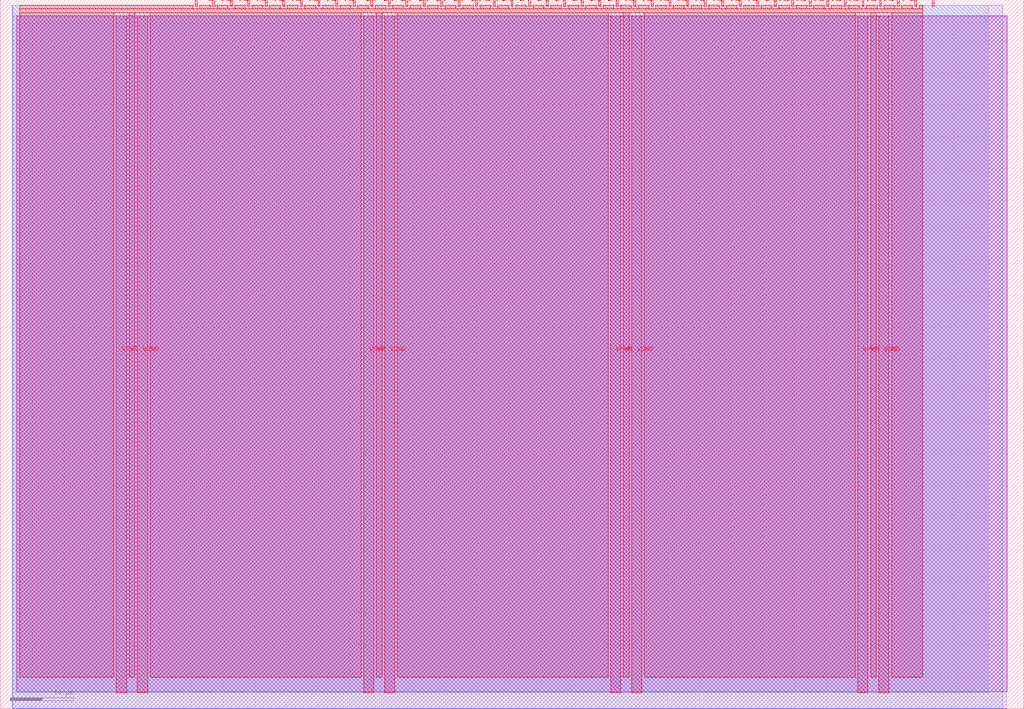
<source format=lef>
VERSION 5.7 ;
  NOWIREEXTENSIONATPIN ON ;
  DIVIDERCHAR "/" ;
  BUSBITCHARS "[]" ;
MACRO tt_um_kch_cd101
  CLASS BLOCK ;
  FOREIGN tt_um_kch_cd101 ;
  ORIGIN 0.000 0.000 ;
  SIZE 161.000 BY 111.520 ;
  PIN VGND
    DIRECTION INOUT ;
    USE GROUND ;
    PORT
      LAYER met4 ;
        RECT 21.580 2.480 23.180 109.040 ;
    END
    PORT
      LAYER met4 ;
        RECT 60.450 2.480 62.050 109.040 ;
    END
    PORT
      LAYER met4 ;
        RECT 99.320 2.480 100.920 109.040 ;
    END
    PORT
      LAYER met4 ;
        RECT 138.190 2.480 139.790 109.040 ;
    END
  END VGND
  PIN VPWR
    DIRECTION INOUT ;
    USE POWER ;
    PORT
      LAYER met4 ;
        RECT 18.280 2.480 19.880 109.040 ;
    END
    PORT
      LAYER met4 ;
        RECT 57.150 2.480 58.750 109.040 ;
    END
    PORT
      LAYER met4 ;
        RECT 96.020 2.480 97.620 109.040 ;
    END
    PORT
      LAYER met4 ;
        RECT 134.890 2.480 136.490 109.040 ;
    END
  END VPWR
  PIN clk
    DIRECTION INPUT ;
    USE SIGNAL ;
    ANTENNAGATEAREA 0.852000 ;
    PORT
      LAYER met4 ;
        RECT 143.830 110.520 144.130 111.520 ;
    END
  END clk
  PIN ena
    DIRECTION INPUT ;
    USE SIGNAL ;
    PORT
      LAYER met4 ;
        RECT 146.590 110.520 146.890 111.520 ;
    END
  END ena
  PIN rst_n
    DIRECTION INPUT ;
    USE SIGNAL ;
    ANTENNAGATEAREA 0.196500 ;
    PORT
      LAYER met4 ;
        RECT 141.070 110.520 141.370 111.520 ;
    END
  END rst_n
  PIN ui_in[0]
    DIRECTION INPUT ;
    USE SIGNAL ;
    ANTENNAGATEAREA 0.196500 ;
    PORT
      LAYER met4 ;
        RECT 138.310 110.520 138.610 111.520 ;
    END
  END ui_in[0]
  PIN ui_in[1]
    DIRECTION INPUT ;
    USE SIGNAL ;
    PORT
      LAYER met4 ;
        RECT 135.550 110.520 135.850 111.520 ;
    END
  END ui_in[1]
  PIN ui_in[2]
    DIRECTION INPUT ;
    USE SIGNAL ;
    PORT
      LAYER met4 ;
        RECT 132.790 110.520 133.090 111.520 ;
    END
  END ui_in[2]
  PIN ui_in[3]
    DIRECTION INPUT ;
    USE SIGNAL ;
    PORT
      LAYER met4 ;
        RECT 130.030 110.520 130.330 111.520 ;
    END
  END ui_in[3]
  PIN ui_in[4]
    DIRECTION INPUT ;
    USE SIGNAL ;
    PORT
      LAYER met4 ;
        RECT 127.270 110.520 127.570 111.520 ;
    END
  END ui_in[4]
  PIN ui_in[5]
    DIRECTION INPUT ;
    USE SIGNAL ;
    PORT
      LAYER met4 ;
        RECT 124.510 110.520 124.810 111.520 ;
    END
  END ui_in[5]
  PIN ui_in[6]
    DIRECTION INPUT ;
    USE SIGNAL ;
    PORT
      LAYER met4 ;
        RECT 121.750 110.520 122.050 111.520 ;
    END
  END ui_in[6]
  PIN ui_in[7]
    DIRECTION INPUT ;
    USE SIGNAL ;
    PORT
      LAYER met4 ;
        RECT 118.990 110.520 119.290 111.520 ;
    END
  END ui_in[7]
  PIN uio_in[0]
    DIRECTION INPUT ;
    USE SIGNAL ;
    ANTENNAGATEAREA 0.126000 ;
    PORT
      LAYER met4 ;
        RECT 116.230 110.520 116.530 111.520 ;
    END
  END uio_in[0]
  PIN uio_in[1]
    DIRECTION INPUT ;
    USE SIGNAL ;
    ANTENNAGATEAREA 0.196500 ;
    PORT
      LAYER met4 ;
        RECT 113.470 110.520 113.770 111.520 ;
    END
  END uio_in[1]
  PIN uio_in[2]
    DIRECTION INPUT ;
    USE SIGNAL ;
    PORT
      LAYER met4 ;
        RECT 110.710 110.520 111.010 111.520 ;
    END
  END uio_in[2]
  PIN uio_in[3]
    DIRECTION INPUT ;
    USE SIGNAL ;
    ANTENNAGATEAREA 0.852000 ;
    PORT
      LAYER met4 ;
        RECT 107.950 110.520 108.250 111.520 ;
    END
  END uio_in[3]
  PIN uio_in[4]
    DIRECTION INPUT ;
    USE SIGNAL ;
    PORT
      LAYER met4 ;
        RECT 105.190 110.520 105.490 111.520 ;
    END
  END uio_in[4]
  PIN uio_in[5]
    DIRECTION INPUT ;
    USE SIGNAL ;
    PORT
      LAYER met4 ;
        RECT 102.430 110.520 102.730 111.520 ;
    END
  END uio_in[5]
  PIN uio_in[6]
    DIRECTION INPUT ;
    USE SIGNAL ;
    PORT
      LAYER met4 ;
        RECT 99.670 110.520 99.970 111.520 ;
    END
  END uio_in[6]
  PIN uio_in[7]
    DIRECTION INPUT ;
    USE SIGNAL ;
    PORT
      LAYER met4 ;
        RECT 96.910 110.520 97.210 111.520 ;
    END
  END uio_in[7]
  PIN uio_oe[0]
    DIRECTION OUTPUT ;
    USE SIGNAL ;
    PORT
      LAYER met4 ;
        RECT 49.990 110.520 50.290 111.520 ;
    END
  END uio_oe[0]
  PIN uio_oe[1]
    DIRECTION OUTPUT ;
    USE SIGNAL ;
    PORT
      LAYER met4 ;
        RECT 47.230 110.520 47.530 111.520 ;
    END
  END uio_oe[1]
  PIN uio_oe[2]
    DIRECTION OUTPUT ;
    USE SIGNAL ;
    PORT
      LAYER met4 ;
        RECT 44.470 110.520 44.770 111.520 ;
    END
  END uio_oe[2]
  PIN uio_oe[3]
    DIRECTION OUTPUT ;
    USE SIGNAL ;
    PORT
      LAYER met4 ;
        RECT 41.710 110.520 42.010 111.520 ;
    END
  END uio_oe[3]
  PIN uio_oe[4]
    DIRECTION OUTPUT ;
    USE SIGNAL ;
    PORT
      LAYER met4 ;
        RECT 38.950 110.520 39.250 111.520 ;
    END
  END uio_oe[4]
  PIN uio_oe[5]
    DIRECTION OUTPUT ;
    USE SIGNAL ;
    PORT
      LAYER met4 ;
        RECT 36.190 110.520 36.490 111.520 ;
    END
  END uio_oe[5]
  PIN uio_oe[6]
    DIRECTION OUTPUT ;
    USE SIGNAL ;
    PORT
      LAYER met4 ;
        RECT 33.430 110.520 33.730 111.520 ;
    END
  END uio_oe[6]
  PIN uio_oe[7]
    DIRECTION OUTPUT ;
    USE SIGNAL ;
    PORT
      LAYER met4 ;
        RECT 30.670 110.520 30.970 111.520 ;
    END
  END uio_oe[7]
  PIN uio_out[0]
    DIRECTION OUTPUT ;
    USE SIGNAL ;
    PORT
      LAYER met4 ;
        RECT 72.070 110.520 72.370 111.520 ;
    END
  END uio_out[0]
  PIN uio_out[1]
    DIRECTION OUTPUT ;
    USE SIGNAL ;
    PORT
      LAYER met4 ;
        RECT 69.310 110.520 69.610 111.520 ;
    END
  END uio_out[1]
  PIN uio_out[2]
    DIRECTION OUTPUT ;
    USE SIGNAL ;
    PORT
      LAYER met4 ;
        RECT 66.550 110.520 66.850 111.520 ;
    END
  END uio_out[2]
  PIN uio_out[3]
    DIRECTION OUTPUT ;
    USE SIGNAL ;
    PORT
      LAYER met4 ;
        RECT 63.790 110.520 64.090 111.520 ;
    END
  END uio_out[3]
  PIN uio_out[4]
    DIRECTION OUTPUT ;
    USE SIGNAL ;
    PORT
      LAYER met4 ;
        RECT 61.030 110.520 61.330 111.520 ;
    END
  END uio_out[4]
  PIN uio_out[5]
    DIRECTION OUTPUT ;
    USE SIGNAL ;
    PORT
      LAYER met4 ;
        RECT 58.270 110.520 58.570 111.520 ;
    END
  END uio_out[5]
  PIN uio_out[6]
    DIRECTION OUTPUT ;
    USE SIGNAL ;
    PORT
      LAYER met4 ;
        RECT 55.510 110.520 55.810 111.520 ;
    END
  END uio_out[6]
  PIN uio_out[7]
    DIRECTION OUTPUT ;
    USE SIGNAL ;
    PORT
      LAYER met4 ;
        RECT 52.750 110.520 53.050 111.520 ;
    END
  END uio_out[7]
  PIN uo_out[0]
    DIRECTION OUTPUT ;
    USE SIGNAL ;
    PORT
      LAYER met4 ;
        RECT 94.150 110.520 94.450 111.520 ;
    END
  END uo_out[0]
  PIN uo_out[1]
    DIRECTION OUTPUT ;
    USE SIGNAL ;
    PORT
      LAYER met4 ;
        RECT 91.390 110.520 91.690 111.520 ;
    END
  END uo_out[1]
  PIN uo_out[2]
    DIRECTION OUTPUT ;
    USE SIGNAL ;
    PORT
      LAYER met4 ;
        RECT 88.630 110.520 88.930 111.520 ;
    END
  END uo_out[2]
  PIN uo_out[3]
    DIRECTION OUTPUT ;
    USE SIGNAL ;
    PORT
      LAYER met4 ;
        RECT 85.870 110.520 86.170 111.520 ;
    END
  END uo_out[3]
  PIN uo_out[4]
    DIRECTION OUTPUT ;
    USE SIGNAL ;
    PORT
      LAYER met4 ;
        RECT 83.110 110.520 83.410 111.520 ;
    END
  END uo_out[4]
  PIN uo_out[5]
    DIRECTION OUTPUT ;
    USE SIGNAL ;
    PORT
      LAYER met4 ;
        RECT 80.350 110.520 80.650 111.520 ;
    END
  END uo_out[5]
  PIN uo_out[6]
    DIRECTION OUTPUT ;
    USE SIGNAL ;
    PORT
      LAYER met4 ;
        RECT 77.590 110.520 77.890 111.520 ;
    END
  END uo_out[6]
  PIN uo_out[7]
    DIRECTION OUTPUT ;
    USE SIGNAL ;
    ANTENNADIFFAREA 0.445500 ;
    PORT
      LAYER met4 ;
        RECT 74.830 110.520 75.130 111.520 ;
    END
  END uo_out[7]
  OBS
      LAYER nwell ;
        RECT 2.570 2.635 158.430 108.990 ;
      LAYER li1 ;
        RECT 2.760 2.635 158.240 108.885 ;
      LAYER met1 ;
        RECT 1.910 0.040 158.240 109.040 ;
      LAYER met2 ;
        RECT 1.930 0.010 157.680 110.685 ;
      LAYER met3 ;
        RECT 1.905 2.555 155.415 110.665 ;
      LAYER met4 ;
        RECT 3.055 110.120 30.270 110.665 ;
        RECT 31.370 110.120 33.030 110.665 ;
        RECT 34.130 110.120 35.790 110.665 ;
        RECT 36.890 110.120 38.550 110.665 ;
        RECT 39.650 110.120 41.310 110.665 ;
        RECT 42.410 110.120 44.070 110.665 ;
        RECT 45.170 110.120 46.830 110.665 ;
        RECT 47.930 110.120 49.590 110.665 ;
        RECT 50.690 110.120 52.350 110.665 ;
        RECT 53.450 110.120 55.110 110.665 ;
        RECT 56.210 110.120 57.870 110.665 ;
        RECT 58.970 110.120 60.630 110.665 ;
        RECT 61.730 110.120 63.390 110.665 ;
        RECT 64.490 110.120 66.150 110.665 ;
        RECT 67.250 110.120 68.910 110.665 ;
        RECT 70.010 110.120 71.670 110.665 ;
        RECT 72.770 110.120 74.430 110.665 ;
        RECT 75.530 110.120 77.190 110.665 ;
        RECT 78.290 110.120 79.950 110.665 ;
        RECT 81.050 110.120 82.710 110.665 ;
        RECT 83.810 110.120 85.470 110.665 ;
        RECT 86.570 110.120 88.230 110.665 ;
        RECT 89.330 110.120 90.990 110.665 ;
        RECT 92.090 110.120 93.750 110.665 ;
        RECT 94.850 110.120 96.510 110.665 ;
        RECT 97.610 110.120 99.270 110.665 ;
        RECT 100.370 110.120 102.030 110.665 ;
        RECT 103.130 110.120 104.790 110.665 ;
        RECT 105.890 110.120 107.550 110.665 ;
        RECT 108.650 110.120 110.310 110.665 ;
        RECT 111.410 110.120 113.070 110.665 ;
        RECT 114.170 110.120 115.830 110.665 ;
        RECT 116.930 110.120 118.590 110.665 ;
        RECT 119.690 110.120 121.350 110.665 ;
        RECT 122.450 110.120 124.110 110.665 ;
        RECT 125.210 110.120 126.870 110.665 ;
        RECT 127.970 110.120 129.630 110.665 ;
        RECT 130.730 110.120 132.390 110.665 ;
        RECT 133.490 110.120 135.150 110.665 ;
        RECT 136.250 110.120 137.910 110.665 ;
        RECT 139.010 110.120 140.670 110.665 ;
        RECT 141.770 110.120 143.430 110.665 ;
        RECT 144.530 110.120 145.065 110.665 ;
        RECT 3.055 109.440 145.065 110.120 ;
        RECT 3.055 4.935 17.880 109.440 ;
        RECT 20.280 4.935 21.180 109.440 ;
        RECT 23.580 4.935 56.750 109.440 ;
        RECT 59.150 4.935 60.050 109.440 ;
        RECT 62.450 4.935 95.620 109.440 ;
        RECT 98.020 4.935 98.920 109.440 ;
        RECT 101.320 4.935 134.490 109.440 ;
        RECT 136.890 4.935 137.790 109.440 ;
        RECT 140.190 4.935 145.065 109.440 ;
  END
END tt_um_kch_cd101
END LIBRARY


</source>
